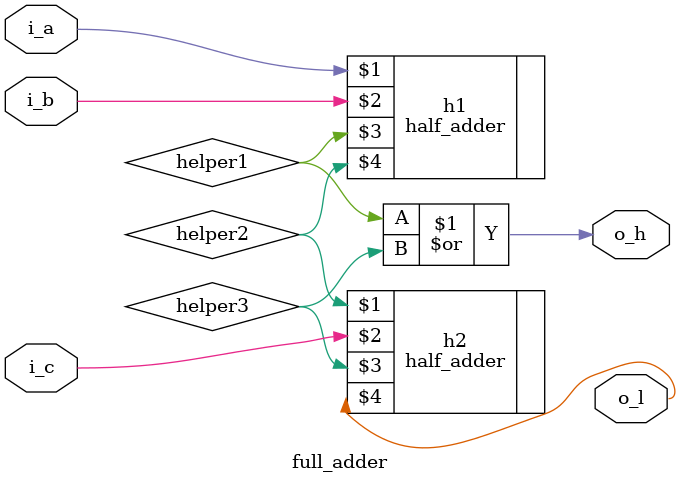
<source format=v>
`include "modules/arithmetics/half_adder.v"
module full_adder
  ( 
    i_a,
    i_b,
    i_c,
    o_h,
    o_l
    );
   
  input  i_a;
  input  i_b;
  input  i_c;
  output o_h;
  output o_l;
  
  wire helper1;
  wire helper2;
  wire helper3;

  half_adder h1(i_a, i_b, helper1, helper2);
  half_adder h2(helper2, i_c, helper3, o_l);
  assign o_h = helper1 | helper3;
endmodule

</source>
